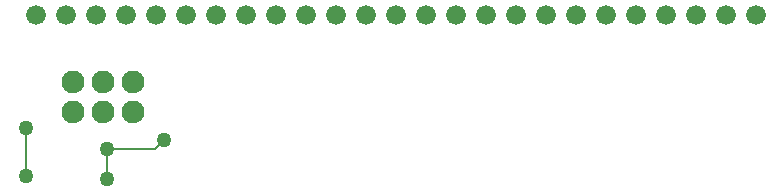
<source format=gbr>
%TF.GenerationSoftware,KiCad,Pcbnew,7.0.8*%
%TF.CreationDate,2024-03-25T00:11:56-07:00*%
%TF.ProjectId,Adafruit Speaker Bonnet,41646166-7275-4697-9420-537065616b65,rev?*%
%TF.SameCoordinates,Original*%
%TF.FileFunction,Copper,L2,Bot*%
%TF.FilePolarity,Positive*%
%FSLAX46Y46*%
G04 Gerber Fmt 4.6, Leading zero omitted, Abs format (unit mm)*
G04 Created by KiCad (PCBNEW 7.0.8) date 2024-03-25 00:11:56*
%MOMM*%
%LPD*%
G01*
G04 APERTURE LIST*
%TA.AperFunction,ComponentPad*%
%ADD10C,1.676400*%
%TD*%
%TA.AperFunction,ComponentPad*%
%ADD11C,1.930400*%
%TD*%
%TA.AperFunction,ViaPad*%
%ADD12C,1.270000*%
%TD*%
%TA.AperFunction,Conductor*%
%ADD13C,0.200000*%
%TD*%
G04 APERTURE END LIST*
D10*
%TO.P,CONN1,25,25*%
%TO.N,/DIN*%
X179247100Y-99124800D03*
%TO.P,CONN1,24,24*%
%TO.N,/GPIO20*%
X176707100Y-99124800D03*
%TO.P,CONN1,23,23*%
%TO.N,/LRCLK*%
X174167100Y-99124800D03*
%TO.P,CONN1,22,22*%
%TO.N,/GPIO16*%
X171627100Y-99124800D03*
%TO.P,CONN1,21,21*%
%TO.N,/GPIO13*%
X169087100Y-99124800D03*
%TO.P,CONN1,20,20*%
%TO.N,/GPIO12*%
X166547100Y-99124800D03*
%TO.P,CONN1,19,19*%
%TO.N,/GPIO6*%
X164007100Y-99124800D03*
%TO.P,CONN1,18,18*%
%TO.N,/GPIO5*%
X161467100Y-99124800D03*
%TO.P,CONN1,17,17*%
%TO.N,/SPI_CE1*%
X158927100Y-99124800D03*
%TO.P,CONN1,16,16*%
%TO.N,/SPI_CE0*%
X156387100Y-99124800D03*
%TO.P,CONN1,15,15*%
%TO.N,/SPI_SCLK*%
X153847100Y-99124800D03*
%TO.P,CONN1,14,14*%
%TO.N,/SPI_MISO*%
X151307100Y-99124800D03*
%TO.P,CONN1,13,13*%
%TO.N,/SPI_MOSI*%
X148767100Y-99124800D03*
%TO.P,CONN1,12,12*%
%TO.N,/GPIO25*%
X146227100Y-99124800D03*
%TO.P,CONN1,11,11*%
%TO.N,/GPIO24*%
X143687100Y-99124800D03*
%TO.P,CONN1,10,10*%
%TO.N,/GPIO23*%
X141147100Y-99124800D03*
%TO.P,CONN1,9,9*%
%TO.N,/GPIO22*%
X138607100Y-99124800D03*
%TO.P,CONN1,8,8*%
%TO.N,/GPIO27*%
X136067100Y-99124800D03*
%TO.P,CONN1,7,7*%
%TO.N,/BCLK*%
X133527100Y-99124800D03*
%TO.P,CONN1,6,6*%
%TO.N,/GPIO17*%
X130987100Y-99124800D03*
%TO.P,CONN1,5,5*%
%TO.N,/GPIO4*%
X128447100Y-99124800D03*
%TO.P,CONN1,4,4*%
%TO.N,/RXD*%
X125907100Y-99124800D03*
%TO.P,CONN1,3,3*%
%TO.N,/FAN_PWM*%
X123367100Y-99124800D03*
%TO.P,CONN1,2,2*%
%TO.N,/SCL*%
X120827100Y-99124800D03*
%TO.P,CONN1,1,1*%
%TO.N,/SDA*%
X118287100Y-99124800D03*
%TD*%
D11*
%TO.P,JP2,3,3*%
%TO.N,+5V*%
X121462100Y-107379800D03*
%TO.P,JP2,2,2*%
X124002100Y-107379800D03*
%TO.P,JP2,1,1*%
X126542100Y-107379800D03*
%TD*%
%TO.P,JP5,3,3*%
%TO.N,GND*%
X126542100Y-104839800D03*
%TO.P,JP5,2,2*%
X124002100Y-104839800D03*
%TO.P,JP5,1,1*%
X121462100Y-104839800D03*
%TD*%
D12*
%TO.N,/GPIO12*%
X129159000Y-109728000D03*
X124333000Y-110490000D03*
X124333000Y-113030000D03*
%TO.N,+5V*%
X117475000Y-112776000D03*
X117475000Y-108712000D03*
%TD*%
D13*
%TO.N,/GPIO12*%
X128397000Y-110490000D02*
X124333000Y-110490000D01*
X129159000Y-109728000D02*
X128397000Y-110490000D01*
X124333000Y-113030000D02*
X124333000Y-110490000D01*
%TO.N,+5V*%
X117475000Y-108712000D02*
X117475000Y-112776000D01*
%TD*%
M02*

</source>
